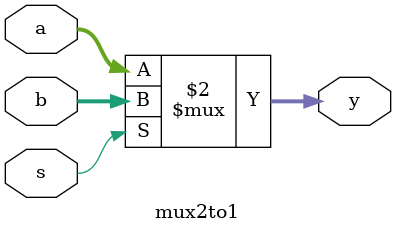
<source format=sv>
`timescale 1 ns/ 100 ps
module mux2to1(input [15:0] a,b, input s, output [15:0] y);
	
	assign y = (~s)? a:b;

endmodule 


</source>
